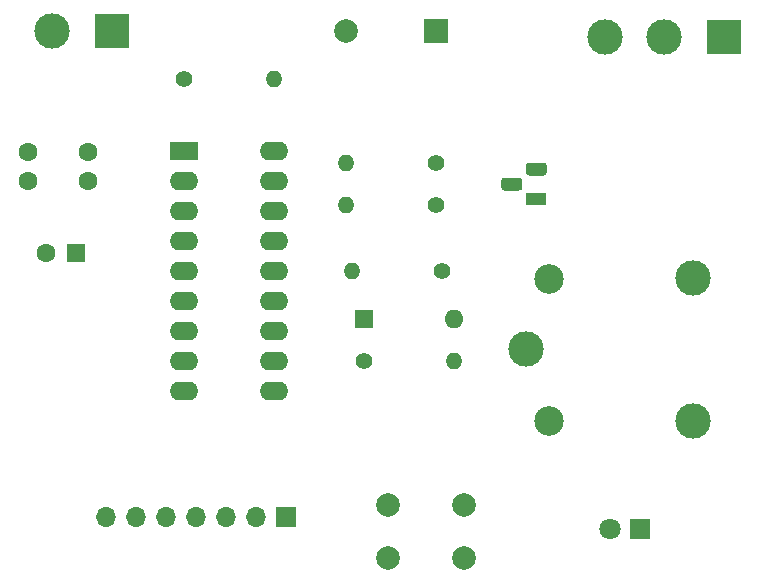
<source format=gbr>
%TF.GenerationSoftware,KiCad,Pcbnew,(5.1.7)-1*%
%TF.CreationDate,2021-08-01T15:47:44-03:00*%
%TF.ProjectId,cerradura digital,63657272-6164-4757-9261-206469676974,rev?*%
%TF.SameCoordinates,Original*%
%TF.FileFunction,Soldermask,Top*%
%TF.FilePolarity,Negative*%
%FSLAX46Y46*%
G04 Gerber Fmt 4.6, Leading zero omitted, Abs format (unit mm)*
G04 Created by KiCad (PCBNEW (5.1.7)-1) date 2021-08-01 15:47:44*
%MOMM*%
%LPD*%
G01*
G04 APERTURE LIST*
%ADD10O,1.700000X1.700000*%
%ADD11R,1.700000X1.700000*%
%ADD12O,2.400000X1.600000*%
%ADD13R,2.400000X1.600000*%
%ADD14C,2.000000*%
%ADD15O,1.400000X1.400000*%
%ADD16C,1.400000*%
%ADD17R,1.800000X1.100000*%
%ADD18C,3.000000*%
%ADD19C,2.500000*%
%ADD20R,3.000000X3.000000*%
%ADD21O,1.600000X1.600000*%
%ADD22R,1.600000X1.600000*%
%ADD23C,1.800000*%
%ADD24R,1.800000X1.800000*%
%ADD25C,1.600000*%
%ADD26R,2.000000X2.000000*%
G04 APERTURE END LIST*
D10*
%TO.C,K1*%
X129032000Y-100076000D03*
X131572000Y-100076000D03*
X134112000Y-100076000D03*
X136652000Y-100076000D03*
X139192000Y-100076000D03*
X141732000Y-100076000D03*
D11*
X144272000Y-100076000D03*
%TD*%
D12*
%TO.C,U1*%
X143256000Y-69088000D03*
X135636000Y-89408000D03*
X143256000Y-71628000D03*
X135636000Y-86868000D03*
X143256000Y-74168000D03*
X135636000Y-84328000D03*
X143256000Y-76708000D03*
X135636000Y-81788000D03*
X143256000Y-79248000D03*
X135636000Y-79248000D03*
X143256000Y-81788000D03*
X135636000Y-76708000D03*
X143256000Y-84328000D03*
X135636000Y-74168000D03*
X143256000Y-86868000D03*
X135636000Y-71628000D03*
X143256000Y-89408000D03*
D13*
X135636000Y-69088000D03*
%TD*%
D14*
%TO.C,SW1*%
X159408000Y-99060000D03*
X159408000Y-103560000D03*
X152908000Y-99060000D03*
X152908000Y-103560000D03*
%TD*%
D15*
%TO.C,R5*%
X149352000Y-73660000D03*
D16*
X156972000Y-73660000D03*
%TD*%
D15*
%TO.C,R4*%
X149352000Y-70104000D03*
D16*
X156972000Y-70104000D03*
%TD*%
D15*
%TO.C,R3*%
X158496000Y-86868000D03*
D16*
X150876000Y-86868000D03*
%TD*%
D15*
%TO.C,R2*%
X149860000Y-79248000D03*
D16*
X157480000Y-79248000D03*
%TD*%
D15*
%TO.C,R1*%
X143256000Y-62992000D03*
D16*
X135636000Y-62992000D03*
%TD*%
D17*
%TO.C,Q1*%
X165500000Y-73152000D03*
G36*
G01*
X166125000Y-71162000D02*
X164875000Y-71162000D01*
G75*
G02*
X164600000Y-70887000I0J275000D01*
G01*
X164600000Y-70337000D01*
G75*
G02*
X164875000Y-70062000I275000J0D01*
G01*
X166125000Y-70062000D01*
G75*
G02*
X166400000Y-70337000I0J-275000D01*
G01*
X166400000Y-70887000D01*
G75*
G02*
X166125000Y-71162000I-275000J0D01*
G01*
G37*
G36*
G01*
X164055000Y-72432000D02*
X162805000Y-72432000D01*
G75*
G02*
X162530000Y-72157000I0J275000D01*
G01*
X162530000Y-71607000D01*
G75*
G02*
X162805000Y-71332000I275000J0D01*
G01*
X164055000Y-71332000D01*
G75*
G02*
X164330000Y-71607000I0J-275000D01*
G01*
X164330000Y-72157000D01*
G75*
G02*
X164055000Y-72432000I-275000J0D01*
G01*
G37*
%TD*%
D18*
%TO.C,K2*%
X164592000Y-85852000D03*
D19*
X166542000Y-79902000D03*
D18*
X178792000Y-79852000D03*
X178742000Y-91902000D03*
D19*
X166542000Y-91902000D03*
%TD*%
D18*
%TO.C,J2*%
X171356000Y-59436000D03*
X176356000Y-59436000D03*
D20*
X181356000Y-59436000D03*
%TD*%
D18*
%TO.C,J1*%
X124540000Y-58928000D03*
D20*
X129540000Y-58928000D03*
%TD*%
D21*
%TO.C,D2*%
X158496000Y-83312000D03*
D22*
X150876000Y-83312000D03*
%TD*%
D23*
%TO.C,D1*%
X171704000Y-101092000D03*
D24*
X174244000Y-101092000D03*
%TD*%
D25*
%TO.C,C3*%
X127508000Y-69128000D03*
X127508000Y-71628000D03*
%TD*%
%TO.C,C2*%
X123992000Y-77724000D03*
D22*
X126492000Y-77724000D03*
%TD*%
D25*
%TO.C,C1*%
X122428000Y-69128000D03*
X122428000Y-71628000D03*
%TD*%
D14*
%TO.C,BZ1*%
X149372000Y-58928000D03*
D26*
X156972000Y-58928000D03*
%TD*%
M02*

</source>
